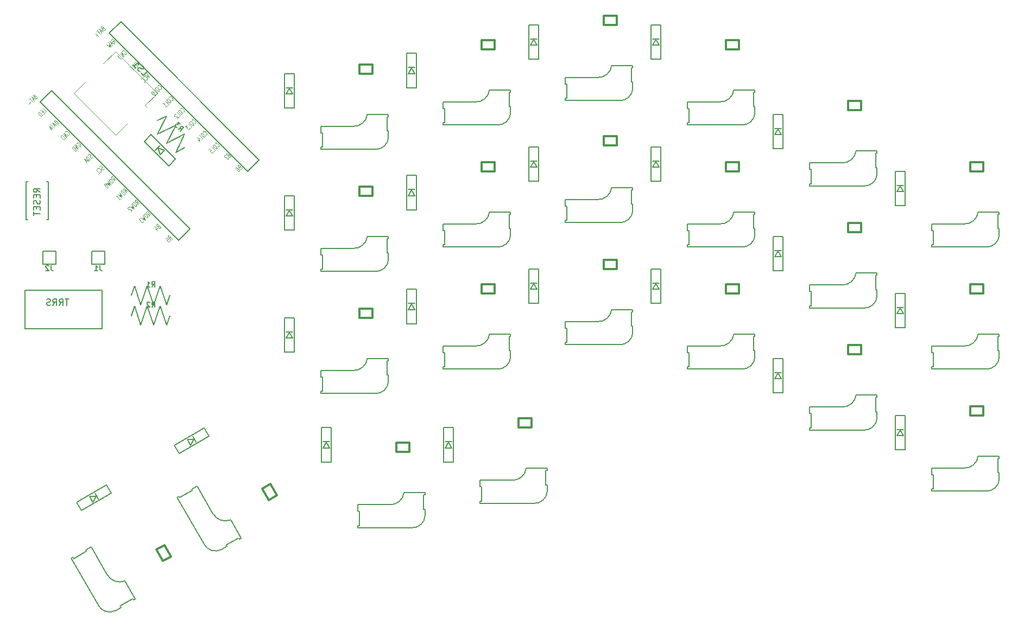
<source format=gbo>
G04 #@! TF.GenerationSoftware,KiCad,Pcbnew,5.0.2-bee76a0~70~ubuntu18.04.1*
G04 #@! TF.CreationDate,2019-07-24T00:03:49+09:00*
G04 #@! TF.ProjectId,silverbullet44,73696c76-6572-4627-956c-6c657434342e,rev?*
G04 #@! TF.SameCoordinates,Original*
G04 #@! TF.FileFunction,Legend,Bot*
G04 #@! TF.FilePolarity,Positive*
%FSLAX46Y46*%
G04 Gerber Fmt 4.6, Leading zero omitted, Abs format (unit mm)*
G04 Created by KiCad (PCBNEW 5.0.2-bee76a0~70~ubuntu18.04.1) date 2019年07月24日 00時03分49秒*
%MOMM*%
%LPD*%
G01*
G04 APERTURE LIST*
%ADD10C,0.150000*%
%ADD11C,0.300000*%
%ADD12C,0.120000*%
%ADD13C,0.125000*%
G04 APERTURE END LIST*
D10*
G04 #@! TO.C,R1*
X77966315Y-68959109D02*
X76966315Y-65959109D01*
X75966315Y-68959109D02*
X74966315Y-65959109D01*
X75966315Y-68959109D02*
X76966315Y-65959109D01*
X73966315Y-68959109D02*
X72966315Y-65959109D01*
X72466315Y-67459109D02*
X72966315Y-65959109D01*
X73966315Y-68959109D02*
X74966315Y-65959109D01*
X77966315Y-68959109D02*
X78466315Y-67459109D01*
G04 #@! TO.C,R2*
X77966315Y-72134109D02*
X76966315Y-69134109D01*
X75966315Y-72134109D02*
X74966315Y-69134109D01*
X75966315Y-72134109D02*
X76966315Y-69134109D01*
X73966315Y-72134109D02*
X72966315Y-69134109D01*
X72466315Y-70634109D02*
X72966315Y-69134109D01*
X73966315Y-72134109D02*
X74966315Y-69134109D01*
X77966315Y-72134109D02*
X78466315Y-70634109D01*
G04 #@! TO.C,R3*
X79398890Y-45155082D02*
X80813104Y-42326655D01*
X77984676Y-43740869D02*
X79398890Y-40912442D01*
X77984676Y-43740869D02*
X80813104Y-42326655D01*
X76570463Y-42326655D02*
X77984676Y-39498228D01*
X76570463Y-40205335D02*
X77984676Y-39498228D01*
X76570463Y-42326655D02*
X79398890Y-40912442D01*
X79398890Y-45155082D02*
X80813104Y-44447975D01*
G04 #@! TO.C,SW19*
X63407341Y-108361283D02*
X63104232Y-108536283D01*
X69999681Y-116679549D02*
G75*
G02X67304233Y-115810897I-913398J1782050D01*
G01*
X71456937Y-112046533D02*
G75*
G02X68721924Y-111066410I-823238J2008831D01*
G01*
X63104232Y-108536283D02*
X67304233Y-115810897D01*
X68721924Y-111066410D02*
X66221924Y-106736283D01*
X73117372Y-114879550D02*
X71477372Y-112038987D01*
X69999681Y-116679550D02*
X70865706Y-116179550D01*
X73117372Y-114879550D02*
X72805603Y-115059550D01*
X72705603Y-114886345D02*
X72805603Y-115059550D01*
X70750706Y-115980364D02*
X72690603Y-114860364D01*
X70865706Y-116179550D02*
X70765706Y-116006345D01*
X63507341Y-108534488D02*
X63407341Y-108361283D01*
X65465898Y-107426809D02*
X63517341Y-108551809D01*
X65355898Y-107236283D02*
X65455898Y-107409488D01*
X66221924Y-106736283D02*
X65355898Y-107236283D01*
G04 #@! TO.C,SW20*
X79917341Y-98836283D02*
X79614232Y-99011283D01*
X86509681Y-107154549D02*
G75*
G02X83814233Y-106285897I-913398J1782050D01*
G01*
X87966937Y-102521533D02*
G75*
G02X85231924Y-101541410I-823238J2008831D01*
G01*
X79614232Y-99011283D02*
X83814233Y-106285897D01*
X85231924Y-101541410D02*
X82731924Y-97211283D01*
X89627372Y-105354550D02*
X87987372Y-102513987D01*
X86509681Y-107154550D02*
X87375706Y-106654550D01*
X89627372Y-105354550D02*
X89315603Y-105534550D01*
X89215603Y-105361345D02*
X89315603Y-105534550D01*
X87260706Y-106455364D02*
X89200603Y-105335364D01*
X87375706Y-106654550D02*
X87275706Y-106481345D01*
X80017341Y-99009488D02*
X79917341Y-98836283D01*
X81975898Y-97901809D02*
X80027341Y-99026809D01*
X81865898Y-97711283D02*
X81965898Y-97884488D01*
X82731924Y-97211283D02*
X81865898Y-97711283D01*
G04 #@! TO.C,SW22*
X126845000Y-99595000D02*
X126845000Y-99945000D01*
X137345000Y-98044999D02*
G75*
G02X135245001Y-99945000I-2000000J99999D01*
G01*
X134061318Y-94466471D02*
G75*
G02X131845000Y-96345000I-2151318J291471D01*
G01*
X126845000Y-99945000D02*
X135245001Y-99945000D01*
X131845000Y-96345000D02*
X126845000Y-96345000D01*
X137345000Y-94445000D02*
X134065000Y-94445000D01*
X137345000Y-98045000D02*
X137345000Y-97045000D01*
X137345000Y-94445000D02*
X137345000Y-94805000D01*
X137145000Y-94805000D02*
X137345000Y-94805000D01*
X137115000Y-97045000D02*
X137115000Y-94805000D01*
X137345000Y-97045000D02*
X137145000Y-97045000D01*
X127045000Y-99595000D02*
X126845000Y-99595000D01*
X127065000Y-97345000D02*
X127065000Y-99595000D01*
X126845000Y-97345000D02*
X127045000Y-97345000D01*
X126845000Y-96345000D02*
X126845000Y-97345000D01*
G04 #@! TO.C,SW21*
X107795000Y-103405000D02*
X107795000Y-103755000D01*
X118295000Y-101854999D02*
G75*
G02X116195001Y-103755000I-2000000J99999D01*
G01*
X115011318Y-98276471D02*
G75*
G02X112795000Y-100155000I-2151318J291471D01*
G01*
X107795000Y-103755000D02*
X116195001Y-103755000D01*
X112795000Y-100155000D02*
X107795000Y-100155000D01*
X118295000Y-98255000D02*
X115015000Y-98255000D01*
X118295000Y-101855000D02*
X118295000Y-100855000D01*
X118295000Y-98255000D02*
X118295000Y-98615000D01*
X118095000Y-98615000D02*
X118295000Y-98615000D01*
X118065000Y-100855000D02*
X118065000Y-98615000D01*
X118295000Y-100855000D02*
X118095000Y-100855000D01*
X107995000Y-103405000D02*
X107795000Y-103405000D01*
X108015000Y-101155000D02*
X108015000Y-103405000D01*
X107795000Y-101155000D02*
X107995000Y-101155000D01*
X107795000Y-100155000D02*
X107795000Y-101155000D01*
D11*
G04 #@! TO.C,L16*
X134875000Y-86665000D02*
X134875000Y-88115000D01*
X134875000Y-88115000D02*
X132825000Y-88115000D01*
X132825000Y-88115000D02*
X132825000Y-86665000D01*
X132825000Y-86665000D02*
X134875000Y-86665000D01*
D10*
G04 #@! TO.C,U1*
X79822918Y-58885328D02*
X58270303Y-37332713D01*
X81618969Y-57089276D02*
X79822918Y-58885328D01*
X60066354Y-35536662D02*
X81618969Y-57089276D01*
X58270303Y-37332713D02*
X60066354Y-35536662D01*
X90599225Y-48109020D02*
X69046610Y-26556406D01*
X92395276Y-46312969D02*
X90599225Y-48109020D01*
X70842662Y-24760354D02*
X92395276Y-46312969D01*
X69046610Y-26556406D02*
X70842662Y-24760354D01*
G04 #@! TO.C,SW1*
X102080000Y-44350000D02*
X102080000Y-44700000D01*
X112580000Y-42799999D02*
G75*
G02X110480001Y-44700000I-2000000J99999D01*
G01*
X109296318Y-39221471D02*
G75*
G02X107080000Y-41100000I-2151318J291471D01*
G01*
X102080000Y-44700000D02*
X110480001Y-44700000D01*
X107080000Y-41100000D02*
X102080000Y-41100000D01*
X112580000Y-39200000D02*
X109300000Y-39200000D01*
X112580000Y-42800000D02*
X112580000Y-41800000D01*
X112580000Y-39200000D02*
X112580000Y-39560000D01*
X112380000Y-39560000D02*
X112580000Y-39560000D01*
X112350000Y-41800000D02*
X112350000Y-39560000D01*
X112580000Y-41800000D02*
X112380000Y-41800000D01*
X102280000Y-44350000D02*
X102080000Y-44350000D01*
X102300000Y-42100000D02*
X102300000Y-44350000D01*
X102080000Y-42100000D02*
X102280000Y-42100000D01*
X102080000Y-41100000D02*
X102080000Y-42100000D01*
G04 #@! TO.C,SW2*
X121130000Y-40540000D02*
X121130000Y-40890000D01*
X131630000Y-38989999D02*
G75*
G02X129530001Y-40890000I-2000000J99999D01*
G01*
X128346318Y-35411471D02*
G75*
G02X126130000Y-37290000I-2151318J291471D01*
G01*
X121130000Y-40890000D02*
X129530001Y-40890000D01*
X126130000Y-37290000D02*
X121130000Y-37290000D01*
X131630000Y-35390000D02*
X128350000Y-35390000D01*
X131630000Y-38990000D02*
X131630000Y-37990000D01*
X131630000Y-35390000D02*
X131630000Y-35750000D01*
X131430000Y-35750000D02*
X131630000Y-35750000D01*
X131400000Y-37990000D02*
X131400000Y-35750000D01*
X131630000Y-37990000D02*
X131430000Y-37990000D01*
X121330000Y-40540000D02*
X121130000Y-40540000D01*
X121350000Y-38290000D02*
X121350000Y-40540000D01*
X121130000Y-38290000D02*
X121330000Y-38290000D01*
X121130000Y-37290000D02*
X121130000Y-38290000D01*
G04 #@! TO.C,SW3*
X140180000Y-36730000D02*
X140180000Y-37080000D01*
X150680000Y-35179999D02*
G75*
G02X148580001Y-37080000I-2000000J99999D01*
G01*
X147396318Y-31601471D02*
G75*
G02X145180000Y-33480000I-2151318J291471D01*
G01*
X140180000Y-37080000D02*
X148580001Y-37080000D01*
X145180000Y-33480000D02*
X140180000Y-33480000D01*
X150680000Y-31580000D02*
X147400000Y-31580000D01*
X150680000Y-35180000D02*
X150680000Y-34180000D01*
X150680000Y-31580000D02*
X150680000Y-31940000D01*
X150480000Y-31940000D02*
X150680000Y-31940000D01*
X150450000Y-34180000D02*
X150450000Y-31940000D01*
X150680000Y-34180000D02*
X150480000Y-34180000D01*
X140380000Y-36730000D02*
X140180000Y-36730000D01*
X140400000Y-34480000D02*
X140400000Y-36730000D01*
X140180000Y-34480000D02*
X140380000Y-34480000D01*
X140180000Y-33480000D02*
X140180000Y-34480000D01*
G04 #@! TO.C,SW4*
X159230000Y-40540000D02*
X159230000Y-40890000D01*
X169730000Y-38989999D02*
G75*
G02X167630001Y-40890000I-2000000J99999D01*
G01*
X166446318Y-35411471D02*
G75*
G02X164230000Y-37290000I-2151318J291471D01*
G01*
X159230000Y-40890000D02*
X167630001Y-40890000D01*
X164230000Y-37290000D02*
X159230000Y-37290000D01*
X169730000Y-35390000D02*
X166450000Y-35390000D01*
X169730000Y-38990000D02*
X169730000Y-37990000D01*
X169730000Y-35390000D02*
X169730000Y-35750000D01*
X169530000Y-35750000D02*
X169730000Y-35750000D01*
X169500000Y-37990000D02*
X169500000Y-35750000D01*
X169730000Y-37990000D02*
X169530000Y-37990000D01*
X159430000Y-40540000D02*
X159230000Y-40540000D01*
X159450000Y-38290000D02*
X159450000Y-40540000D01*
X159230000Y-38290000D02*
X159430000Y-38290000D01*
X159230000Y-37290000D02*
X159230000Y-38290000D01*
G04 #@! TO.C,SW5*
X178280000Y-50065000D02*
X178280000Y-50415000D01*
X188780000Y-48514999D02*
G75*
G02X186680001Y-50415000I-2000000J99999D01*
G01*
X185496318Y-44936471D02*
G75*
G02X183280000Y-46815000I-2151318J291471D01*
G01*
X178280000Y-50415000D02*
X186680001Y-50415000D01*
X183280000Y-46815000D02*
X178280000Y-46815000D01*
X188780000Y-44915000D02*
X185500000Y-44915000D01*
X188780000Y-48515000D02*
X188780000Y-47515000D01*
X188780000Y-44915000D02*
X188780000Y-45275000D01*
X188580000Y-45275000D02*
X188780000Y-45275000D01*
X188550000Y-47515000D02*
X188550000Y-45275000D01*
X188780000Y-47515000D02*
X188580000Y-47515000D01*
X178480000Y-50065000D02*
X178280000Y-50065000D01*
X178500000Y-47815000D02*
X178500000Y-50065000D01*
X178280000Y-47815000D02*
X178480000Y-47815000D01*
X178280000Y-46815000D02*
X178280000Y-47815000D01*
G04 #@! TO.C,SW6*
X197330000Y-59590000D02*
X197330000Y-59940000D01*
X207830000Y-58039999D02*
G75*
G02X205730001Y-59940000I-2000000J99999D01*
G01*
X204546318Y-54461471D02*
G75*
G02X202330000Y-56340000I-2151318J291471D01*
G01*
X197330000Y-59940000D02*
X205730001Y-59940000D01*
X202330000Y-56340000D02*
X197330000Y-56340000D01*
X207830000Y-54440000D02*
X204550000Y-54440000D01*
X207830000Y-58040000D02*
X207830000Y-57040000D01*
X207830000Y-54440000D02*
X207830000Y-54800000D01*
X207630000Y-54800000D02*
X207830000Y-54800000D01*
X207600000Y-57040000D02*
X207600000Y-54800000D01*
X207830000Y-57040000D02*
X207630000Y-57040000D01*
X197530000Y-59590000D02*
X197330000Y-59590000D01*
X197550000Y-57340000D02*
X197550000Y-59590000D01*
X197330000Y-57340000D02*
X197530000Y-57340000D01*
X197330000Y-56340000D02*
X197330000Y-57340000D01*
G04 #@! TO.C,SW7*
X102080000Y-63400000D02*
X102080000Y-63750000D01*
X112580000Y-61849999D02*
G75*
G02X110480001Y-63750000I-2000000J99999D01*
G01*
X109296318Y-58271471D02*
G75*
G02X107080000Y-60150000I-2151318J291471D01*
G01*
X102080000Y-63750000D02*
X110480001Y-63750000D01*
X107080000Y-60150000D02*
X102080000Y-60150000D01*
X112580000Y-58250000D02*
X109300000Y-58250000D01*
X112580000Y-61850000D02*
X112580000Y-60850000D01*
X112580000Y-58250000D02*
X112580000Y-58610000D01*
X112380000Y-58610000D02*
X112580000Y-58610000D01*
X112350000Y-60850000D02*
X112350000Y-58610000D01*
X112580000Y-60850000D02*
X112380000Y-60850000D01*
X102280000Y-63400000D02*
X102080000Y-63400000D01*
X102300000Y-61150000D02*
X102300000Y-63400000D01*
X102080000Y-61150000D02*
X102280000Y-61150000D01*
X102080000Y-60150000D02*
X102080000Y-61150000D01*
G04 #@! TO.C,SW8*
X121130000Y-59590000D02*
X121130000Y-59940000D01*
X131630000Y-58039999D02*
G75*
G02X129530001Y-59940000I-2000000J99999D01*
G01*
X128346318Y-54461471D02*
G75*
G02X126130000Y-56340000I-2151318J291471D01*
G01*
X121130000Y-59940000D02*
X129530001Y-59940000D01*
X126130000Y-56340000D02*
X121130000Y-56340000D01*
X131630000Y-54440000D02*
X128350000Y-54440000D01*
X131630000Y-58040000D02*
X131630000Y-57040000D01*
X131630000Y-54440000D02*
X131630000Y-54800000D01*
X131430000Y-54800000D02*
X131630000Y-54800000D01*
X131400000Y-57040000D02*
X131400000Y-54800000D01*
X131630000Y-57040000D02*
X131430000Y-57040000D01*
X121330000Y-59590000D02*
X121130000Y-59590000D01*
X121350000Y-57340000D02*
X121350000Y-59590000D01*
X121130000Y-57340000D02*
X121330000Y-57340000D01*
X121130000Y-56340000D02*
X121130000Y-57340000D01*
G04 #@! TO.C,SW9*
X140180000Y-55780000D02*
X140180000Y-56130000D01*
X150680000Y-54229999D02*
G75*
G02X148580001Y-56130000I-2000000J99999D01*
G01*
X147396318Y-50651471D02*
G75*
G02X145180000Y-52530000I-2151318J291471D01*
G01*
X140180000Y-56130000D02*
X148580001Y-56130000D01*
X145180000Y-52530000D02*
X140180000Y-52530000D01*
X150680000Y-50630000D02*
X147400000Y-50630000D01*
X150680000Y-54230000D02*
X150680000Y-53230000D01*
X150680000Y-50630000D02*
X150680000Y-50990000D01*
X150480000Y-50990000D02*
X150680000Y-50990000D01*
X150450000Y-53230000D02*
X150450000Y-50990000D01*
X150680000Y-53230000D02*
X150480000Y-53230000D01*
X140380000Y-55780000D02*
X140180000Y-55780000D01*
X140400000Y-53530000D02*
X140400000Y-55780000D01*
X140180000Y-53530000D02*
X140380000Y-53530000D01*
X140180000Y-52530000D02*
X140180000Y-53530000D01*
G04 #@! TO.C,SW10*
X159230000Y-59590000D02*
X159230000Y-59940000D01*
X169730000Y-58039999D02*
G75*
G02X167630001Y-59940000I-2000000J99999D01*
G01*
X166446318Y-54461471D02*
G75*
G02X164230000Y-56340000I-2151318J291471D01*
G01*
X159230000Y-59940000D02*
X167630001Y-59940000D01*
X164230000Y-56340000D02*
X159230000Y-56340000D01*
X169730000Y-54440000D02*
X166450000Y-54440000D01*
X169730000Y-58040000D02*
X169730000Y-57040000D01*
X169730000Y-54440000D02*
X169730000Y-54800000D01*
X169530000Y-54800000D02*
X169730000Y-54800000D01*
X169500000Y-57040000D02*
X169500000Y-54800000D01*
X169730000Y-57040000D02*
X169530000Y-57040000D01*
X159430000Y-59590000D02*
X159230000Y-59590000D01*
X159450000Y-57340000D02*
X159450000Y-59590000D01*
X159230000Y-57340000D02*
X159430000Y-57340000D01*
X159230000Y-56340000D02*
X159230000Y-57340000D01*
G04 #@! TO.C,SW11*
X178280000Y-69115000D02*
X178280000Y-69465000D01*
X188780000Y-67564999D02*
G75*
G02X186680001Y-69465000I-2000000J99999D01*
G01*
X185496318Y-63986471D02*
G75*
G02X183280000Y-65865000I-2151318J291471D01*
G01*
X178280000Y-69465000D02*
X186680001Y-69465000D01*
X183280000Y-65865000D02*
X178280000Y-65865000D01*
X188780000Y-63965000D02*
X185500000Y-63965000D01*
X188780000Y-67565000D02*
X188780000Y-66565000D01*
X188780000Y-63965000D02*
X188780000Y-64325000D01*
X188580000Y-64325000D02*
X188780000Y-64325000D01*
X188550000Y-66565000D02*
X188550000Y-64325000D01*
X188780000Y-66565000D02*
X188580000Y-66565000D01*
X178480000Y-69115000D02*
X178280000Y-69115000D01*
X178500000Y-66865000D02*
X178500000Y-69115000D01*
X178280000Y-66865000D02*
X178480000Y-66865000D01*
X178280000Y-65865000D02*
X178280000Y-66865000D01*
G04 #@! TO.C,SW12*
X197330000Y-78640000D02*
X197330000Y-78990000D01*
X207830000Y-77089999D02*
G75*
G02X205730001Y-78990000I-2000000J99999D01*
G01*
X204546318Y-73511471D02*
G75*
G02X202330000Y-75390000I-2151318J291471D01*
G01*
X197330000Y-78990000D02*
X205730001Y-78990000D01*
X202330000Y-75390000D02*
X197330000Y-75390000D01*
X207830000Y-73490000D02*
X204550000Y-73490000D01*
X207830000Y-77090000D02*
X207830000Y-76090000D01*
X207830000Y-73490000D02*
X207830000Y-73850000D01*
X207630000Y-73850000D02*
X207830000Y-73850000D01*
X207600000Y-76090000D02*
X207600000Y-73850000D01*
X207830000Y-76090000D02*
X207630000Y-76090000D01*
X197530000Y-78640000D02*
X197330000Y-78640000D01*
X197550000Y-76390000D02*
X197550000Y-78640000D01*
X197330000Y-76390000D02*
X197530000Y-76390000D01*
X197330000Y-75390000D02*
X197330000Y-76390000D01*
G04 #@! TO.C,SW13*
X102080000Y-82450000D02*
X102080000Y-82800000D01*
X112580000Y-80899999D02*
G75*
G02X110480001Y-82800000I-2000000J99999D01*
G01*
X109296318Y-77321471D02*
G75*
G02X107080000Y-79200000I-2151318J291471D01*
G01*
X102080000Y-82800000D02*
X110480001Y-82800000D01*
X107080000Y-79200000D02*
X102080000Y-79200000D01*
X112580000Y-77300000D02*
X109300000Y-77300000D01*
X112580000Y-80900000D02*
X112580000Y-79900000D01*
X112580000Y-77300000D02*
X112580000Y-77660000D01*
X112380000Y-77660000D02*
X112580000Y-77660000D01*
X112350000Y-79900000D02*
X112350000Y-77660000D01*
X112580000Y-79900000D02*
X112380000Y-79900000D01*
X102280000Y-82450000D02*
X102080000Y-82450000D01*
X102300000Y-80200000D02*
X102300000Y-82450000D01*
X102080000Y-80200000D02*
X102280000Y-80200000D01*
X102080000Y-79200000D02*
X102080000Y-80200000D01*
G04 #@! TO.C,SW14*
X121130000Y-78640000D02*
X121130000Y-78990000D01*
X131630000Y-77089999D02*
G75*
G02X129530001Y-78990000I-2000000J99999D01*
G01*
X128346318Y-73511471D02*
G75*
G02X126130000Y-75390000I-2151318J291471D01*
G01*
X121130000Y-78990000D02*
X129530001Y-78990000D01*
X126130000Y-75390000D02*
X121130000Y-75390000D01*
X131630000Y-73490000D02*
X128350000Y-73490000D01*
X131630000Y-77090000D02*
X131630000Y-76090000D01*
X131630000Y-73490000D02*
X131630000Y-73850000D01*
X131430000Y-73850000D02*
X131630000Y-73850000D01*
X131400000Y-76090000D02*
X131400000Y-73850000D01*
X131630000Y-76090000D02*
X131430000Y-76090000D01*
X121330000Y-78640000D02*
X121130000Y-78640000D01*
X121350000Y-76390000D02*
X121350000Y-78640000D01*
X121130000Y-76390000D02*
X121330000Y-76390000D01*
X121130000Y-75390000D02*
X121130000Y-76390000D01*
G04 #@! TO.C,SW15*
X140180000Y-74830000D02*
X140180000Y-75180000D01*
X150680000Y-73279999D02*
G75*
G02X148580001Y-75180000I-2000000J99999D01*
G01*
X147396318Y-69701471D02*
G75*
G02X145180000Y-71580000I-2151318J291471D01*
G01*
X140180000Y-75180000D02*
X148580001Y-75180000D01*
X145180000Y-71580000D02*
X140180000Y-71580000D01*
X150680000Y-69680000D02*
X147400000Y-69680000D01*
X150680000Y-73280000D02*
X150680000Y-72280000D01*
X150680000Y-69680000D02*
X150680000Y-70040000D01*
X150480000Y-70040000D02*
X150680000Y-70040000D01*
X150450000Y-72280000D02*
X150450000Y-70040000D01*
X150680000Y-72280000D02*
X150480000Y-72280000D01*
X140380000Y-74830000D02*
X140180000Y-74830000D01*
X140400000Y-72580000D02*
X140400000Y-74830000D01*
X140180000Y-72580000D02*
X140380000Y-72580000D01*
X140180000Y-71580000D02*
X140180000Y-72580000D01*
G04 #@! TO.C,SW16*
X159230000Y-78640000D02*
X159230000Y-78990000D01*
X169730000Y-77089999D02*
G75*
G02X167630001Y-78990000I-2000000J99999D01*
G01*
X166446318Y-73511471D02*
G75*
G02X164230000Y-75390000I-2151318J291471D01*
G01*
X159230000Y-78990000D02*
X167630001Y-78990000D01*
X164230000Y-75390000D02*
X159230000Y-75390000D01*
X169730000Y-73490000D02*
X166450000Y-73490000D01*
X169730000Y-77090000D02*
X169730000Y-76090000D01*
X169730000Y-73490000D02*
X169730000Y-73850000D01*
X169530000Y-73850000D02*
X169730000Y-73850000D01*
X169500000Y-76090000D02*
X169500000Y-73850000D01*
X169730000Y-76090000D02*
X169530000Y-76090000D01*
X159430000Y-78640000D02*
X159230000Y-78640000D01*
X159450000Y-76390000D02*
X159450000Y-78640000D01*
X159230000Y-76390000D02*
X159430000Y-76390000D01*
X159230000Y-75390000D02*
X159230000Y-76390000D01*
G04 #@! TO.C,SW17*
X178280000Y-88165000D02*
X178280000Y-88515000D01*
X188780000Y-86614999D02*
G75*
G02X186680001Y-88515000I-2000000J99999D01*
G01*
X185496318Y-83036471D02*
G75*
G02X183280000Y-84915000I-2151318J291471D01*
G01*
X178280000Y-88515000D02*
X186680001Y-88515000D01*
X183280000Y-84915000D02*
X178280000Y-84915000D01*
X188780000Y-83015000D02*
X185500000Y-83015000D01*
X188780000Y-86615000D02*
X188780000Y-85615000D01*
X188780000Y-83015000D02*
X188780000Y-83375000D01*
X188580000Y-83375000D02*
X188780000Y-83375000D01*
X188550000Y-85615000D02*
X188550000Y-83375000D01*
X188780000Y-85615000D02*
X188580000Y-85615000D01*
X178480000Y-88165000D02*
X178280000Y-88165000D01*
X178500000Y-85915000D02*
X178500000Y-88165000D01*
X178280000Y-85915000D02*
X178480000Y-85915000D01*
X178280000Y-84915000D02*
X178280000Y-85915000D01*
G04 #@! TO.C,SW18*
X197330000Y-97690000D02*
X197330000Y-98040000D01*
X207830000Y-96139999D02*
G75*
G02X205730001Y-98040000I-2000000J99999D01*
G01*
X204546318Y-92561471D02*
G75*
G02X202330000Y-94440000I-2151318J291471D01*
G01*
X197330000Y-98040000D02*
X205730001Y-98040000D01*
X202330000Y-94440000D02*
X197330000Y-94440000D01*
X207830000Y-92540000D02*
X204550000Y-92540000D01*
X207830000Y-96140000D02*
X207830000Y-95140000D01*
X207830000Y-92540000D02*
X207830000Y-92900000D01*
X207630000Y-92900000D02*
X207830000Y-92900000D01*
X207600000Y-95140000D02*
X207600000Y-92900000D01*
X207830000Y-95140000D02*
X207630000Y-95140000D01*
X197530000Y-97690000D02*
X197330000Y-97690000D01*
X197550000Y-95440000D02*
X197550000Y-97690000D01*
X197330000Y-95440000D02*
X197530000Y-95440000D01*
X197330000Y-94440000D02*
X197330000Y-95440000D01*
D11*
G04 #@! TO.C,L1*
X148210000Y-23800000D02*
X148210000Y-25250000D01*
X148210000Y-25250000D02*
X146160000Y-25250000D01*
X146160000Y-25250000D02*
X146160000Y-23800000D01*
X146160000Y-23800000D02*
X148210000Y-23800000D01*
G04 #@! TO.C,L2*
X129160000Y-27610000D02*
X129160000Y-29060000D01*
X129160000Y-29060000D02*
X127110000Y-29060000D01*
X127110000Y-29060000D02*
X127110000Y-27610000D01*
X127110000Y-27610000D02*
X129160000Y-27610000D01*
G04 #@! TO.C,L3*
X110110000Y-31420000D02*
X110110000Y-32870000D01*
X110110000Y-32870000D02*
X108060000Y-32870000D01*
X108060000Y-32870000D02*
X108060000Y-31420000D01*
X108060000Y-31420000D02*
X110110000Y-31420000D01*
G04 #@! TO.C,L4*
X110110000Y-50470000D02*
X110110000Y-51920000D01*
X110110000Y-51920000D02*
X108060000Y-51920000D01*
X108060000Y-51920000D02*
X108060000Y-50470000D01*
X108060000Y-50470000D02*
X110110000Y-50470000D01*
G04 #@! TO.C,L5*
X129160000Y-46660000D02*
X129160000Y-48110000D01*
X129160000Y-48110000D02*
X127110000Y-48110000D01*
X127110000Y-48110000D02*
X127110000Y-46660000D01*
X127110000Y-46660000D02*
X129160000Y-46660000D01*
G04 #@! TO.C,L6*
X148210000Y-42596000D02*
X148210000Y-44046000D01*
X148210000Y-44046000D02*
X146160000Y-44046000D01*
X146160000Y-44046000D02*
X146160000Y-42596000D01*
X146160000Y-42596000D02*
X148210000Y-42596000D01*
G04 #@! TO.C,L7*
X167260000Y-27610000D02*
X167260000Y-29060000D01*
X167260000Y-29060000D02*
X165210000Y-29060000D01*
X165210000Y-29060000D02*
X165210000Y-27610000D01*
X165210000Y-27610000D02*
X167260000Y-27610000D01*
G04 #@! TO.C,L8*
X186310000Y-37135000D02*
X186310000Y-38585000D01*
X186310000Y-38585000D02*
X184260000Y-38585000D01*
X184260000Y-38585000D02*
X184260000Y-37135000D01*
X184260000Y-37135000D02*
X186310000Y-37135000D01*
G04 #@! TO.C,L9*
X167260000Y-46660000D02*
X167260000Y-48110000D01*
X167260000Y-48110000D02*
X165210000Y-48110000D01*
X165210000Y-48110000D02*
X165210000Y-46660000D01*
X165210000Y-46660000D02*
X167260000Y-46660000D01*
G04 #@! TO.C,L10*
X148210000Y-61900000D02*
X148210000Y-63350000D01*
X148210000Y-63350000D02*
X146160000Y-63350000D01*
X146160000Y-63350000D02*
X146160000Y-61900000D01*
X146160000Y-61900000D02*
X148210000Y-61900000D01*
G04 #@! TO.C,L11*
X129160000Y-65710000D02*
X129160000Y-67160000D01*
X129160000Y-67160000D02*
X127110000Y-67160000D01*
X127110000Y-67160000D02*
X127110000Y-65710000D01*
X127110000Y-65710000D02*
X129160000Y-65710000D01*
G04 #@! TO.C,L12*
X110110000Y-69520000D02*
X110110000Y-70970000D01*
X110110000Y-70970000D02*
X108060000Y-70970000D01*
X108060000Y-70970000D02*
X108060000Y-69520000D01*
X108060000Y-69520000D02*
X110110000Y-69520000D01*
G04 #@! TO.C,L13*
X78665641Y-108215467D02*
X77409904Y-108940467D01*
X77409904Y-108940467D02*
X76384904Y-107165115D01*
X76384904Y-107165115D02*
X77640641Y-106440115D01*
X77640641Y-106440115D02*
X78665641Y-108215467D01*
G04 #@! TO.C,L14*
X95175641Y-98690467D02*
X93919904Y-99415467D01*
X93919904Y-99415467D02*
X92894904Y-97640115D01*
X92894904Y-97640115D02*
X94150641Y-96915115D01*
X94150641Y-96915115D02*
X95175641Y-98690467D01*
G04 #@! TO.C,L15*
X115825000Y-90475000D02*
X115825000Y-91925000D01*
X115825000Y-91925000D02*
X113775000Y-91925000D01*
X113775000Y-91925000D02*
X113775000Y-90475000D01*
X113775000Y-90475000D02*
X115825000Y-90475000D01*
G04 #@! TO.C,L17*
X167260000Y-65710000D02*
X167260000Y-67160000D01*
X167260000Y-67160000D02*
X165210000Y-67160000D01*
X165210000Y-67160000D02*
X165210000Y-65710000D01*
X165210000Y-65710000D02*
X167260000Y-65710000D01*
G04 #@! TO.C,L18*
X186310000Y-56185000D02*
X186310000Y-57635000D01*
X186310000Y-57635000D02*
X184260000Y-57635000D01*
X184260000Y-57635000D02*
X184260000Y-56185000D01*
X184260000Y-56185000D02*
X186310000Y-56185000D01*
G04 #@! TO.C,L19*
X205360000Y-46660000D02*
X205360000Y-48110000D01*
X205360000Y-48110000D02*
X203310000Y-48110000D01*
X203310000Y-48110000D02*
X203310000Y-46660000D01*
X203310000Y-46660000D02*
X205360000Y-46660000D01*
G04 #@! TO.C,L20*
X205360000Y-65710000D02*
X205360000Y-67160000D01*
X205360000Y-67160000D02*
X203310000Y-67160000D01*
X203310000Y-67160000D02*
X203310000Y-65710000D01*
X203310000Y-65710000D02*
X205360000Y-65710000D01*
G04 #@! TO.C,L21*
X186310000Y-75235000D02*
X186310000Y-76685000D01*
X186310000Y-76685000D02*
X184260000Y-76685000D01*
X184260000Y-76685000D02*
X184260000Y-75235000D01*
X184260000Y-75235000D02*
X186310000Y-75235000D01*
G04 #@! TO.C,L22*
X205360000Y-84760000D02*
X205360000Y-86210000D01*
X205360000Y-86210000D02*
X203310000Y-86210000D01*
X203310000Y-86210000D02*
X203310000Y-84760000D01*
X203310000Y-84760000D02*
X205360000Y-84760000D01*
D10*
G04 #@! TO.C,SW23*
X56285000Y-55705000D02*
X56035000Y-55705000D01*
X56035000Y-55705000D02*
X56035000Y-49705000D01*
X56035000Y-49705000D02*
X56285000Y-49705000D01*
X59285000Y-49705000D02*
X59535000Y-49705000D01*
X59535000Y-49705000D02*
X59535000Y-55705000D01*
X59535000Y-55705000D02*
X59285000Y-55705000D01*
G04 #@! TO.C,TRRS1*
X67880000Y-72695000D02*
X55880000Y-72695000D01*
X67880000Y-66695000D02*
X67880000Y-72695000D01*
X55880000Y-66695000D02*
X67880000Y-66695000D01*
X55880000Y-72695000D02*
X55880000Y-66695000D01*
D12*
G04 #@! TO.C,LS1*
X69996000Y-42441525D02*
X71869833Y-40567692D01*
X63476475Y-35922000D02*
X69996000Y-42441525D01*
X76515524Y-35922000D02*
X69996000Y-29402476D01*
X74641692Y-37795833D02*
X74875037Y-38029178D01*
X74641692Y-37795833D02*
X76515524Y-35922000D01*
X65350308Y-34048167D02*
X63476475Y-35922000D01*
X69996000Y-29402476D02*
X68122167Y-31276308D01*
D10*
G04 #@! TO.C,D1*
X97655000Y-35060000D02*
X96655000Y-35060000D01*
X97155000Y-35160000D02*
X97655000Y-36060000D01*
X97655000Y-36060000D02*
X96655000Y-36060000D01*
X96655000Y-36060000D02*
X97155000Y-35160000D01*
X97905000Y-38260000D02*
X97905000Y-32860000D01*
X97905000Y-32860000D02*
X96405000Y-32860000D01*
X96405000Y-32860000D02*
X96405000Y-38260000D01*
X96405000Y-38260000D02*
X97905000Y-38260000D01*
G04 #@! TO.C,D2*
X116705000Y-31885000D02*
X115705000Y-31885000D01*
X116205000Y-31985000D02*
X116705000Y-32885000D01*
X116705000Y-32885000D02*
X115705000Y-32885000D01*
X115705000Y-32885000D02*
X116205000Y-31985000D01*
X116955000Y-35085000D02*
X116955000Y-29685000D01*
X116955000Y-29685000D02*
X115455000Y-29685000D01*
X115455000Y-29685000D02*
X115455000Y-35085000D01*
X115455000Y-35085000D02*
X116955000Y-35085000D01*
G04 #@! TO.C,D3*
X134505000Y-30640000D02*
X136005000Y-30640000D01*
X134505000Y-25240000D02*
X134505000Y-30640000D01*
X136005000Y-25240000D02*
X134505000Y-25240000D01*
X136005000Y-30640000D02*
X136005000Y-25240000D01*
X134755000Y-28440000D02*
X135255000Y-27540000D01*
X135755000Y-28440000D02*
X134755000Y-28440000D01*
X135255000Y-27540000D02*
X135755000Y-28440000D01*
X135755000Y-27440000D02*
X134755000Y-27440000D01*
G04 #@! TO.C,D4*
X153555000Y-30640000D02*
X155055000Y-30640000D01*
X153555000Y-25240000D02*
X153555000Y-30640000D01*
X155055000Y-25240000D02*
X153555000Y-25240000D01*
X155055000Y-30640000D02*
X155055000Y-25240000D01*
X153805000Y-28440000D02*
X154305000Y-27540000D01*
X154805000Y-28440000D02*
X153805000Y-28440000D01*
X154305000Y-27540000D02*
X154805000Y-28440000D01*
X154805000Y-27440000D02*
X153805000Y-27440000D01*
G04 #@! TO.C,D5*
X173855000Y-41410000D02*
X172855000Y-41410000D01*
X173355000Y-41510000D02*
X173855000Y-42410000D01*
X173855000Y-42410000D02*
X172855000Y-42410000D01*
X172855000Y-42410000D02*
X173355000Y-41510000D01*
X174105000Y-44610000D02*
X174105000Y-39210000D01*
X174105000Y-39210000D02*
X172605000Y-39210000D01*
X172605000Y-39210000D02*
X172605000Y-44610000D01*
X172605000Y-44610000D02*
X174105000Y-44610000D01*
G04 #@! TO.C,D6*
X191655000Y-53500000D02*
X193155000Y-53500000D01*
X191655000Y-48100000D02*
X191655000Y-53500000D01*
X193155000Y-48100000D02*
X191655000Y-48100000D01*
X193155000Y-53500000D02*
X193155000Y-48100000D01*
X191905000Y-51300000D02*
X192405000Y-50400000D01*
X192905000Y-51300000D02*
X191905000Y-51300000D01*
X192405000Y-50400000D02*
X192905000Y-51300000D01*
X192905000Y-50300000D02*
X191905000Y-50300000D01*
G04 #@! TO.C,D7*
X96405000Y-57310000D02*
X97905000Y-57310000D01*
X96405000Y-51910000D02*
X96405000Y-57310000D01*
X97905000Y-51910000D02*
X96405000Y-51910000D01*
X97905000Y-57310000D02*
X97905000Y-51910000D01*
X96655000Y-55110000D02*
X97155000Y-54210000D01*
X97655000Y-55110000D02*
X96655000Y-55110000D01*
X97155000Y-54210000D02*
X97655000Y-55110000D01*
X97655000Y-54110000D02*
X96655000Y-54110000D01*
G04 #@! TO.C,D8*
X116705000Y-50935000D02*
X115705000Y-50935000D01*
X116205000Y-51035000D02*
X116705000Y-51935000D01*
X116705000Y-51935000D02*
X115705000Y-51935000D01*
X115705000Y-51935000D02*
X116205000Y-51035000D01*
X116955000Y-54135000D02*
X116955000Y-48735000D01*
X116955000Y-48735000D02*
X115455000Y-48735000D01*
X115455000Y-48735000D02*
X115455000Y-54135000D01*
X115455000Y-54135000D02*
X116955000Y-54135000D01*
G04 #@! TO.C,D9*
X134505000Y-49690000D02*
X136005000Y-49690000D01*
X134505000Y-44290000D02*
X134505000Y-49690000D01*
X136005000Y-44290000D02*
X134505000Y-44290000D01*
X136005000Y-49690000D02*
X136005000Y-44290000D01*
X134755000Y-47490000D02*
X135255000Y-46590000D01*
X135755000Y-47490000D02*
X134755000Y-47490000D01*
X135255000Y-46590000D02*
X135755000Y-47490000D01*
X135755000Y-46490000D02*
X134755000Y-46490000D01*
G04 #@! TO.C,D10*
X153555000Y-49690000D02*
X155055000Y-49690000D01*
X153555000Y-44290000D02*
X153555000Y-49690000D01*
X155055000Y-44290000D02*
X153555000Y-44290000D01*
X155055000Y-49690000D02*
X155055000Y-44290000D01*
X153805000Y-47490000D02*
X154305000Y-46590000D01*
X154805000Y-47490000D02*
X153805000Y-47490000D01*
X154305000Y-46590000D02*
X154805000Y-47490000D01*
X154805000Y-46490000D02*
X153805000Y-46490000D01*
G04 #@! TO.C,D11*
X172605000Y-63660000D02*
X174105000Y-63660000D01*
X172605000Y-58260000D02*
X172605000Y-63660000D01*
X174105000Y-58260000D02*
X172605000Y-58260000D01*
X174105000Y-63660000D02*
X174105000Y-58260000D01*
X172855000Y-61460000D02*
X173355000Y-60560000D01*
X173855000Y-61460000D02*
X172855000Y-61460000D01*
X173355000Y-60560000D02*
X173855000Y-61460000D01*
X173855000Y-60460000D02*
X172855000Y-60460000D01*
G04 #@! TO.C,D12*
X191655000Y-72550000D02*
X193155000Y-72550000D01*
X191655000Y-67150000D02*
X191655000Y-72550000D01*
X193155000Y-67150000D02*
X191655000Y-67150000D01*
X193155000Y-72550000D02*
X193155000Y-67150000D01*
X191905000Y-70350000D02*
X192405000Y-69450000D01*
X192905000Y-70350000D02*
X191905000Y-70350000D01*
X192405000Y-69450000D02*
X192905000Y-70350000D01*
X192905000Y-69350000D02*
X191905000Y-69350000D01*
G04 #@! TO.C,D13*
X96405000Y-76360000D02*
X97905000Y-76360000D01*
X96405000Y-70960000D02*
X96405000Y-76360000D01*
X97905000Y-70960000D02*
X96405000Y-70960000D01*
X97905000Y-76360000D02*
X97905000Y-70960000D01*
X96655000Y-74160000D02*
X97155000Y-73260000D01*
X97655000Y-74160000D02*
X96655000Y-74160000D01*
X97155000Y-73260000D02*
X97655000Y-74160000D01*
X97655000Y-73160000D02*
X96655000Y-73160000D01*
G04 #@! TO.C,D14*
X115455000Y-71915000D02*
X116955000Y-71915000D01*
X115455000Y-66515000D02*
X115455000Y-71915000D01*
X116955000Y-66515000D02*
X115455000Y-66515000D01*
X116955000Y-71915000D02*
X116955000Y-66515000D01*
X115705000Y-69715000D02*
X116205000Y-68815000D01*
X116705000Y-69715000D02*
X115705000Y-69715000D01*
X116205000Y-68815000D02*
X116705000Y-69715000D01*
X116705000Y-68715000D02*
X115705000Y-68715000D01*
G04 #@! TO.C,D15*
X135755000Y-65540000D02*
X134755000Y-65540000D01*
X135255000Y-65640000D02*
X135755000Y-66540000D01*
X135755000Y-66540000D02*
X134755000Y-66540000D01*
X134755000Y-66540000D02*
X135255000Y-65640000D01*
X136005000Y-68740000D02*
X136005000Y-63340000D01*
X136005000Y-63340000D02*
X134505000Y-63340000D01*
X134505000Y-63340000D02*
X134505000Y-68740000D01*
X134505000Y-68740000D02*
X136005000Y-68740000D01*
G04 #@! TO.C,D16*
X154805000Y-65540000D02*
X153805000Y-65540000D01*
X154305000Y-65640000D02*
X154805000Y-66540000D01*
X154805000Y-66540000D02*
X153805000Y-66540000D01*
X153805000Y-66540000D02*
X154305000Y-65640000D01*
X155055000Y-68740000D02*
X155055000Y-63340000D01*
X155055000Y-63340000D02*
X153555000Y-63340000D01*
X153555000Y-63340000D02*
X153555000Y-68740000D01*
X153555000Y-68740000D02*
X155055000Y-68740000D01*
G04 #@! TO.C,D17*
X173855000Y-79510000D02*
X172855000Y-79510000D01*
X173355000Y-79610000D02*
X173855000Y-80510000D01*
X173855000Y-80510000D02*
X172855000Y-80510000D01*
X172855000Y-80510000D02*
X173355000Y-79610000D01*
X174105000Y-82710000D02*
X174105000Y-77310000D01*
X174105000Y-77310000D02*
X172605000Y-77310000D01*
X172605000Y-77310000D02*
X172605000Y-82710000D01*
X172605000Y-82710000D02*
X174105000Y-82710000D01*
G04 #@! TO.C,D18*
X192905000Y-88400000D02*
X191905000Y-88400000D01*
X192405000Y-88500000D02*
X192905000Y-89400000D01*
X192905000Y-89400000D02*
X191905000Y-89400000D01*
X191905000Y-89400000D02*
X192405000Y-88500000D01*
X193155000Y-91600000D02*
X193155000Y-86200000D01*
X193155000Y-86200000D02*
X191655000Y-86200000D01*
X191655000Y-86200000D02*
X191655000Y-91600000D01*
X191655000Y-91600000D02*
X193155000Y-91600000D01*
G04 #@! TO.C,D19*
X67358013Y-99243013D02*
X66858013Y-98376987D01*
X67021410Y-98860000D02*
X66491987Y-99743013D01*
X66491987Y-99743013D02*
X65991987Y-98876987D01*
X65991987Y-98876987D02*
X67021410Y-98860000D01*
X64711731Y-101059519D02*
X69388269Y-98359519D01*
X69388269Y-98359519D02*
X68638269Y-97060481D01*
X68638269Y-97060481D02*
X63961731Y-99760481D01*
X63961731Y-99760481D02*
X64711731Y-101059519D01*
G04 #@! TO.C,D20*
X82598013Y-90353013D02*
X82098013Y-89486987D01*
X82261410Y-89970000D02*
X81731987Y-90853013D01*
X81731987Y-90853013D02*
X81231987Y-89986987D01*
X81231987Y-89986987D02*
X82261410Y-89970000D01*
X79951731Y-92169519D02*
X84628269Y-89469519D01*
X84628269Y-89469519D02*
X83878269Y-88170481D01*
X83878269Y-88170481D02*
X79201731Y-90870481D01*
X79201731Y-90870481D02*
X79951731Y-92169519D01*
G04 #@! TO.C,D21*
X102120000Y-93505000D02*
X103620000Y-93505000D01*
X102120000Y-88105000D02*
X102120000Y-93505000D01*
X103620000Y-88105000D02*
X102120000Y-88105000D01*
X103620000Y-93505000D02*
X103620000Y-88105000D01*
X102370000Y-91305000D02*
X102870000Y-90405000D01*
X103370000Y-91305000D02*
X102370000Y-91305000D01*
X102870000Y-90405000D02*
X103370000Y-91305000D01*
X103370000Y-90305000D02*
X102370000Y-90305000D01*
G04 #@! TO.C,D22*
X122420000Y-90305000D02*
X121420000Y-90305000D01*
X121920000Y-90405000D02*
X122420000Y-91305000D01*
X122420000Y-91305000D02*
X121420000Y-91305000D01*
X121420000Y-91305000D02*
X121920000Y-90405000D01*
X122670000Y-93505000D02*
X122670000Y-88105000D01*
X122670000Y-88105000D02*
X121170000Y-88105000D01*
X121170000Y-88105000D02*
X121170000Y-93505000D01*
X121170000Y-93505000D02*
X122670000Y-93505000D01*
G04 #@! TO.C,D23*
X76947100Y-44108993D02*
X76239993Y-44816100D01*
X76664257Y-44533257D02*
X77654207Y-44816100D01*
X77654207Y-44816100D02*
X76947100Y-45523207D01*
X76947100Y-45523207D02*
X76664257Y-44533257D01*
X79386618Y-46194958D02*
X75568242Y-42376582D01*
X75568242Y-42376582D02*
X74507582Y-43437242D01*
X74507582Y-43437242D02*
X78325958Y-47255618D01*
X78325958Y-47255618D02*
X79386618Y-46194958D01*
G04 #@! TO.C,J1*
X66310000Y-60595000D02*
X68310000Y-60595000D01*
X68310000Y-60595000D02*
X68310000Y-62595000D01*
X68310000Y-62595000D02*
X66310000Y-62595000D01*
X66310000Y-62595000D02*
X66310000Y-60595000D01*
G04 #@! TO.C,J2*
X58690000Y-62595000D02*
X58690000Y-60595000D01*
X60690000Y-62595000D02*
X58690000Y-62595000D01*
X60690000Y-60595000D02*
X60690000Y-62595000D01*
X58690000Y-60595000D02*
X60690000Y-60595000D01*
G04 #@! TO.C,R1*
X75666561Y-66160327D02*
X75933228Y-65779375D01*
X76123704Y-66160327D02*
X76123704Y-65360327D01*
X75818942Y-65360327D01*
X75742751Y-65398423D01*
X75704656Y-65436518D01*
X75666561Y-65512708D01*
X75666561Y-65626994D01*
X75704656Y-65703184D01*
X75742751Y-65741280D01*
X75818942Y-65779375D01*
X76123704Y-65779375D01*
X74904656Y-66160327D02*
X75361799Y-66160327D01*
X75133228Y-66160327D02*
X75133228Y-65360327D01*
X75209418Y-65474613D01*
X75285608Y-65550803D01*
X75361799Y-65588899D01*
G04 #@! TO.C,R2*
X75666561Y-69335327D02*
X75933228Y-68954375D01*
X76123704Y-69335327D02*
X76123704Y-68535327D01*
X75818942Y-68535327D01*
X75742751Y-68573423D01*
X75704656Y-68611518D01*
X75666561Y-68687708D01*
X75666561Y-68801994D01*
X75704656Y-68878184D01*
X75742751Y-68916280D01*
X75818942Y-68954375D01*
X76123704Y-68954375D01*
X75361799Y-68611518D02*
X75323704Y-68573423D01*
X75247513Y-68535327D01*
X75057037Y-68535327D01*
X74980847Y-68573423D01*
X74942751Y-68611518D01*
X74904656Y-68687708D01*
X74904656Y-68763899D01*
X74942751Y-68878184D01*
X75399894Y-69335327D01*
X74904656Y-69335327D01*
G04 #@! TO.C,R3*
X79751755Y-41549873D02*
X80209691Y-41469061D01*
X80075004Y-41873122D02*
X80640689Y-41307436D01*
X80425190Y-41091937D01*
X80344378Y-41064999D01*
X80290503Y-41064999D01*
X80209691Y-41091937D01*
X80128879Y-41172749D01*
X80101941Y-41253561D01*
X80101941Y-41307436D01*
X80128879Y-41388248D01*
X80344378Y-41603748D01*
X80128879Y-40795625D02*
X79778692Y-40445439D01*
X79751755Y-40849500D01*
X79670943Y-40768688D01*
X79590131Y-40741751D01*
X79536256Y-40741751D01*
X79455444Y-40768688D01*
X79320757Y-40903375D01*
X79293819Y-40984187D01*
X79293819Y-41038062D01*
X79320757Y-41118874D01*
X79482381Y-41280499D01*
X79563193Y-41307436D01*
X79617068Y-41307436D01*
G04 #@! TO.C,U1*
D13*
X57464941Y-36439296D02*
X57439687Y-36515058D01*
X57448105Y-36557147D01*
X57481777Y-36624491D01*
X57557539Y-36700252D01*
X57624882Y-36733924D01*
X57666972Y-36742342D01*
X57725897Y-36733924D01*
X57860584Y-36599237D01*
X57330254Y-36068907D01*
X57212403Y-36186758D01*
X57203985Y-36245684D01*
X57212403Y-36287773D01*
X57246075Y-36355117D01*
X57296582Y-36405625D01*
X57363926Y-36439296D01*
X57406016Y-36447714D01*
X57464941Y-36439296D01*
X57582792Y-36321445D01*
X57372344Y-36784432D02*
X57203985Y-36952791D01*
X57557539Y-36902283D02*
X56909357Y-36489804D01*
X57321836Y-37137985D01*
X56724163Y-36674999D02*
X56522132Y-36877029D01*
X57153478Y-37306344D02*
X56623147Y-36776014D01*
X56732581Y-37323180D02*
X56463207Y-37592554D01*
X68006809Y-25814195D02*
X67981555Y-25889957D01*
X67989973Y-25932046D01*
X68023645Y-25999390D01*
X68099407Y-26075151D01*
X68166750Y-26108823D01*
X68208840Y-26117241D01*
X68267765Y-26108823D01*
X68402452Y-25974136D01*
X67872122Y-25443806D01*
X67754271Y-25561657D01*
X67745853Y-25620583D01*
X67754271Y-25662672D01*
X67787943Y-25730016D01*
X67838450Y-25780524D01*
X67905794Y-25814195D01*
X67947884Y-25822613D01*
X68006809Y-25814195D01*
X68124660Y-25696344D01*
X67914212Y-26159331D02*
X67745853Y-26327690D01*
X68099407Y-26277182D02*
X67451225Y-25864703D01*
X67863704Y-26512884D01*
X67266031Y-26049898D02*
X67064000Y-26251928D01*
X67695346Y-26681243D02*
X67165015Y-26150913D01*
X67274449Y-26698079D02*
X67005075Y-26967453D01*
X67341792Y-27034796D02*
X66937731Y-26630735D01*
D10*
D13*
X71665548Y-51447860D02*
X71530861Y-51077471D01*
X71867579Y-51245830D02*
X71337249Y-50715499D01*
X71202562Y-50850186D01*
X71194144Y-50909112D01*
X71202562Y-50951202D01*
X71236234Y-51018545D01*
X71311995Y-51094307D01*
X71379339Y-51127978D01*
X71421428Y-51136396D01*
X71480354Y-51127978D01*
X71615041Y-50993291D01*
X70916352Y-51136396D02*
X70849008Y-51203740D01*
X70840591Y-51262665D01*
X70857426Y-51346845D01*
X70941606Y-51464696D01*
X71118382Y-51641473D01*
X71236234Y-51725652D01*
X71320413Y-51742488D01*
X71379339Y-51734070D01*
X71446682Y-51666726D01*
X71455100Y-51607801D01*
X71438264Y-51523621D01*
X71354085Y-51405770D01*
X71177308Y-51228994D01*
X71059457Y-51144814D01*
X70975278Y-51127978D01*
X70916352Y-51136396D01*
X70646978Y-51405770D02*
X71093129Y-52020280D01*
X70646978Y-51708816D01*
X70958442Y-52154967D01*
X70343932Y-51708816D01*
X70554381Y-52559028D02*
X70756411Y-52356997D01*
X70655396Y-52458013D02*
X70125066Y-51927682D01*
X70234499Y-51969772D01*
X70318678Y-51986608D01*
X70377604Y-51978190D01*
X84090643Y-42424050D02*
X84132733Y-42432468D01*
X84208494Y-42407214D01*
X84242166Y-42373542D01*
X84267420Y-42297781D01*
X84250584Y-42213602D01*
X84216912Y-42146258D01*
X84132733Y-42028407D01*
X84056971Y-41952645D01*
X83939120Y-41868466D01*
X83871777Y-41834794D01*
X83787597Y-41817958D01*
X83711836Y-41843212D01*
X83678164Y-41876884D01*
X83652910Y-41952645D01*
X83661328Y-41994735D01*
X83391954Y-42163094D02*
X83324611Y-42230437D01*
X83316193Y-42289363D01*
X83333029Y-42373542D01*
X83417208Y-42491393D01*
X83593985Y-42668170D01*
X83711836Y-42752350D01*
X83796015Y-42769185D01*
X83854941Y-42760767D01*
X83922284Y-42693424D01*
X83930702Y-42634498D01*
X83913867Y-42550319D01*
X83829687Y-42432468D01*
X83652910Y-42255691D01*
X83535059Y-42171512D01*
X83450880Y-42154676D01*
X83391954Y-42163094D01*
X83450880Y-43164828D02*
X83619239Y-42996470D01*
X83088909Y-42466140D01*
X82827953Y-43080649D02*
X83181506Y-43434203D01*
X82710101Y-42794439D02*
X83173088Y-43089067D01*
X82954222Y-43307933D01*
X73506500Y-53288813D02*
X73371813Y-52918424D01*
X73708531Y-53086783D02*
X73178201Y-52556452D01*
X73043514Y-52691139D01*
X73035096Y-52750065D01*
X73043514Y-52792155D01*
X73077186Y-52859498D01*
X73152947Y-52935260D01*
X73220291Y-52968931D01*
X73262380Y-52977349D01*
X73321306Y-52968931D01*
X73455993Y-52834244D01*
X72757304Y-52977349D02*
X72689960Y-53044693D01*
X72681543Y-53103618D01*
X72698378Y-53187798D01*
X72782558Y-53305649D01*
X72959334Y-53482426D01*
X73077186Y-53566605D01*
X73161365Y-53583441D01*
X73220291Y-53575023D01*
X73287634Y-53507679D01*
X73296052Y-53448754D01*
X73279216Y-53364574D01*
X73195037Y-53246723D01*
X73018260Y-53069947D01*
X72900409Y-52985767D01*
X72816230Y-52968931D01*
X72757304Y-52977349D01*
X72487930Y-53246723D02*
X72934081Y-53861233D01*
X72487930Y-53549769D01*
X72799394Y-53995920D01*
X72184884Y-53549769D01*
X72117541Y-53718128D02*
X72075451Y-53709710D01*
X72016525Y-53718128D01*
X71932346Y-53802307D01*
X71923928Y-53861233D01*
X71932346Y-53903322D01*
X71966018Y-53970666D01*
X72016525Y-54021174D01*
X72109123Y-54080099D01*
X72614199Y-54181114D01*
X72395333Y-54399981D01*
X85991346Y-44254042D02*
X86033436Y-44262460D01*
X86109197Y-44237206D01*
X86142869Y-44203534D01*
X86168123Y-44127773D01*
X86151287Y-44043594D01*
X86117615Y-43976250D01*
X86033436Y-43858399D01*
X85957674Y-43782637D01*
X85839823Y-43698458D01*
X85772480Y-43664786D01*
X85688300Y-43647950D01*
X85612539Y-43673204D01*
X85578867Y-43706876D01*
X85553613Y-43782637D01*
X85562031Y-43824727D01*
X85292657Y-43993086D02*
X85225314Y-44060429D01*
X85216896Y-44119355D01*
X85233732Y-44203534D01*
X85317911Y-44321385D01*
X85494688Y-44498162D01*
X85612539Y-44582342D01*
X85696718Y-44599177D01*
X85755644Y-44590759D01*
X85822987Y-44523416D01*
X85831405Y-44464490D01*
X85814570Y-44380311D01*
X85730390Y-44262460D01*
X85553613Y-44085683D01*
X85435762Y-44001504D01*
X85351583Y-43984668D01*
X85292657Y-43993086D01*
X85351583Y-44994820D02*
X85519942Y-44826462D01*
X84989612Y-44296132D01*
X84535043Y-44750700D02*
X84703402Y-44582342D01*
X84972776Y-44818044D01*
X84930686Y-44809626D01*
X84871761Y-44818044D01*
X84787581Y-44902223D01*
X84779163Y-44961149D01*
X84787581Y-45003238D01*
X84821253Y-45070582D01*
X84947522Y-45196851D01*
X85014865Y-45230523D01*
X85056955Y-45238941D01*
X85115881Y-45230523D01*
X85200060Y-45146343D01*
X85208478Y-45087418D01*
X85200060Y-45045328D01*
X75282045Y-55064358D02*
X75147358Y-54693969D01*
X75484076Y-54862328D02*
X74953746Y-54331997D01*
X74819059Y-54466684D01*
X74810641Y-54525610D01*
X74819059Y-54567700D01*
X74852731Y-54635043D01*
X74928492Y-54710805D01*
X74995836Y-54744476D01*
X75037925Y-54752894D01*
X75096851Y-54744476D01*
X75231538Y-54609789D01*
X74532849Y-54752894D02*
X74465505Y-54820238D01*
X74457088Y-54879163D01*
X74473923Y-54963343D01*
X74558103Y-55081194D01*
X74734879Y-55257971D01*
X74852731Y-55342150D01*
X74936910Y-55358986D01*
X74995836Y-55350568D01*
X75063179Y-55283224D01*
X75071597Y-55224299D01*
X75054761Y-55140119D01*
X74970582Y-55022268D01*
X74793805Y-54845492D01*
X74675954Y-54761312D01*
X74591775Y-54744476D01*
X74532849Y-54752894D01*
X74263475Y-55022268D02*
X74709626Y-55636778D01*
X74263475Y-55325314D01*
X74574939Y-55771465D01*
X73960429Y-55325314D01*
X73859414Y-55426329D02*
X73640548Y-55645196D01*
X73960429Y-55729375D01*
X73909922Y-55779883D01*
X73901504Y-55838808D01*
X73909922Y-55880898D01*
X73943593Y-55948241D01*
X74069862Y-56074511D01*
X74137206Y-56108182D01*
X74179296Y-56116600D01*
X74238221Y-56108182D01*
X74339236Y-56007167D01*
X74347654Y-55948241D01*
X74339236Y-55906152D01*
X87561360Y-45593168D02*
X87536106Y-45668929D01*
X87544524Y-45711019D01*
X87578196Y-45778362D01*
X87653957Y-45854124D01*
X87721301Y-45887796D01*
X87763390Y-45896214D01*
X87822316Y-45887796D01*
X87957003Y-45753109D01*
X87426673Y-45222779D01*
X87308822Y-45340630D01*
X87300404Y-45399555D01*
X87308822Y-45441645D01*
X87342493Y-45508988D01*
X87393001Y-45559496D01*
X87460344Y-45593168D01*
X87502434Y-45601586D01*
X87561360Y-45593168D01*
X87679211Y-45475317D01*
X87140463Y-45610004D02*
X87098373Y-45601586D01*
X87039448Y-45610004D01*
X86955268Y-45694183D01*
X86946850Y-45753109D01*
X86955268Y-45795198D01*
X86988940Y-45862542D01*
X87039448Y-45913049D01*
X87132045Y-45971975D01*
X87637121Y-46072990D01*
X87418255Y-46291857D01*
X76650348Y-56683784D02*
X76625094Y-56759545D01*
X76633512Y-56801635D01*
X76667184Y-56868978D01*
X76742945Y-56944740D01*
X76810289Y-56978412D01*
X76852378Y-56986830D01*
X76911304Y-56978412D01*
X77045991Y-56843725D01*
X76515661Y-56313395D01*
X76397810Y-56431246D01*
X76389392Y-56490171D01*
X76397810Y-56532261D01*
X76431481Y-56599604D01*
X76481989Y-56650112D01*
X76549332Y-56683784D01*
X76591422Y-56692202D01*
X76650348Y-56683784D01*
X76768199Y-56565933D01*
X76187361Y-56995248D02*
X76540915Y-57348801D01*
X76069510Y-56709038D02*
X76532497Y-57003665D01*
X76313630Y-57222532D01*
X78446400Y-58479835D02*
X78421146Y-58555596D01*
X78429564Y-58597686D01*
X78463236Y-58665029D01*
X78538997Y-58740791D01*
X78606341Y-58774463D01*
X78648430Y-58782881D01*
X78707356Y-58774463D01*
X78842043Y-58639776D01*
X78311713Y-58109446D01*
X78193862Y-58227297D01*
X78185444Y-58286222D01*
X78193862Y-58328312D01*
X78227533Y-58395655D01*
X78278041Y-58446163D01*
X78345384Y-58479835D01*
X78387474Y-58488253D01*
X78446400Y-58479835D01*
X78564251Y-58361984D01*
X77789801Y-58631358D02*
X77958159Y-58462999D01*
X78227533Y-58698701D01*
X78185444Y-58690283D01*
X78126518Y-58698701D01*
X78042339Y-58782881D01*
X78033921Y-58841806D01*
X78042339Y-58883896D01*
X78076010Y-58951239D01*
X78202280Y-59077508D01*
X78269623Y-59111180D01*
X78311713Y-59119598D01*
X78370638Y-59111180D01*
X78454818Y-59027001D01*
X78463236Y-58968075D01*
X78454818Y-58925986D01*
X89357411Y-47479021D02*
X89332157Y-47554782D01*
X89340575Y-47596872D01*
X89374247Y-47664215D01*
X89450008Y-47739977D01*
X89517352Y-47773649D01*
X89559441Y-47782067D01*
X89618367Y-47773649D01*
X89753054Y-47638962D01*
X89222724Y-47108632D01*
X89104873Y-47226483D01*
X89096455Y-47285408D01*
X89104873Y-47327498D01*
X89138544Y-47394841D01*
X89189052Y-47445349D01*
X89256395Y-47479021D01*
X89298485Y-47487439D01*
X89357411Y-47479021D01*
X89475262Y-47361170D01*
X88717647Y-47613708D02*
X88784991Y-47546364D01*
X88843917Y-47537946D01*
X88886006Y-47546364D01*
X88995439Y-47588454D01*
X89113291Y-47672633D01*
X89315321Y-47874664D01*
X89348993Y-47942007D01*
X89357411Y-47984097D01*
X89348993Y-48043023D01*
X89281649Y-48110366D01*
X89222724Y-48118784D01*
X89180634Y-48110366D01*
X89113291Y-48076694D01*
X88987021Y-47950425D01*
X88953350Y-47883082D01*
X88944932Y-47840992D01*
X88953350Y-47782067D01*
X89020693Y-47714723D01*
X89079619Y-47706305D01*
X89121708Y-47714723D01*
X89189052Y-47748395D01*
X77011090Y-35273786D02*
X77053180Y-35282204D01*
X77128941Y-35256950D01*
X77162613Y-35223278D01*
X77187867Y-35147517D01*
X77171031Y-35063338D01*
X77137359Y-34995994D01*
X77053180Y-34878143D01*
X76977418Y-34802381D01*
X76859567Y-34718202D01*
X76792224Y-34684530D01*
X76708044Y-34667694D01*
X76632283Y-34692948D01*
X76598611Y-34726620D01*
X76573357Y-34802381D01*
X76581775Y-34844471D01*
X76312401Y-35012830D02*
X76245058Y-35080173D01*
X76236640Y-35139099D01*
X76253476Y-35223278D01*
X76337655Y-35341129D01*
X76514432Y-35517906D01*
X76632283Y-35602086D01*
X76716462Y-35618921D01*
X76775388Y-35610503D01*
X76842731Y-35543160D01*
X76851149Y-35484234D01*
X76834314Y-35400055D01*
X76750134Y-35282204D01*
X76573357Y-35105427D01*
X76455506Y-35021248D01*
X76371327Y-35004412D01*
X76312401Y-35012830D01*
X76371327Y-36014564D02*
X76539686Y-35846206D01*
X76009356Y-35315876D01*
X75655802Y-35669429D02*
X75622130Y-35703101D01*
X75613713Y-35762026D01*
X75622130Y-35804116D01*
X75655802Y-35871460D01*
X75739982Y-35989311D01*
X75866251Y-36115580D01*
X75984102Y-36199759D01*
X76051445Y-36233431D01*
X76093535Y-36241849D01*
X76152461Y-36233431D01*
X76186132Y-36199759D01*
X76194550Y-36140834D01*
X76186132Y-36098744D01*
X76152461Y-36031400D01*
X76068281Y-35913549D01*
X75942012Y-35787280D01*
X75824161Y-35703101D01*
X75756818Y-35669429D01*
X75714728Y-35661011D01*
X75655802Y-35669429D01*
X66412789Y-45873805D02*
X66387535Y-45949567D01*
X66303356Y-46033746D01*
X66244430Y-46042164D01*
X66202340Y-46033746D01*
X66134997Y-46000074D01*
X66084489Y-45949567D01*
X66050817Y-45882223D01*
X66042399Y-45840133D01*
X66050817Y-45781208D01*
X66092907Y-45688610D01*
X66101325Y-45629685D01*
X66092907Y-45587595D01*
X66059235Y-45520252D01*
X66008728Y-45469744D01*
X65941384Y-45436072D01*
X65899295Y-45427654D01*
X65840369Y-45436072D01*
X65756190Y-45520252D01*
X65730936Y-45596013D01*
X66084489Y-46252612D02*
X65554159Y-45722282D01*
X65469980Y-45806462D01*
X65444726Y-45882223D01*
X65461562Y-45966402D01*
X65495234Y-46033746D01*
X65579413Y-46151597D01*
X65655174Y-46227358D01*
X65773025Y-46311538D01*
X65840369Y-46345210D01*
X65924548Y-46362045D01*
X66000310Y-46336792D01*
X66084489Y-46252612D01*
X65596249Y-46437807D02*
X65427890Y-46606166D01*
X65781443Y-46555658D02*
X65133262Y-46143179D01*
X65545741Y-46791360D01*
X78782746Y-37045442D02*
X78824836Y-37053860D01*
X78900597Y-37028606D01*
X78934269Y-36994934D01*
X78959523Y-36919173D01*
X78942687Y-36834994D01*
X78909015Y-36767650D01*
X78824836Y-36649799D01*
X78749074Y-36574037D01*
X78631223Y-36489858D01*
X78563880Y-36456186D01*
X78479700Y-36439350D01*
X78403939Y-36464604D01*
X78370267Y-36498276D01*
X78345013Y-36574037D01*
X78353431Y-36616127D01*
X78084057Y-36784486D02*
X78016714Y-36851829D01*
X78008296Y-36910755D01*
X78025132Y-36994934D01*
X78109311Y-37112785D01*
X78286088Y-37289562D01*
X78403939Y-37373742D01*
X78488118Y-37390577D01*
X78547044Y-37382159D01*
X78614387Y-37314816D01*
X78622805Y-37255890D01*
X78605970Y-37171711D01*
X78521790Y-37053860D01*
X78345013Y-36877083D01*
X78227162Y-36792904D01*
X78142983Y-36776068D01*
X78084057Y-36784486D01*
X78142983Y-37786220D02*
X78311342Y-37617862D01*
X77781012Y-37087532D01*
X77839937Y-38089266D02*
X78041968Y-37887236D01*
X77940952Y-37988251D02*
X77410622Y-37457921D01*
X77520056Y-37500011D01*
X77604235Y-37516846D01*
X77663161Y-37508429D01*
X68200422Y-47678274D02*
X68175168Y-47754035D01*
X68090989Y-47838215D01*
X68032063Y-47846633D01*
X67989973Y-47838215D01*
X67922630Y-47804543D01*
X67872122Y-47754035D01*
X67838450Y-47686692D01*
X67830033Y-47644602D01*
X67838450Y-47585677D01*
X67880540Y-47493079D01*
X67888958Y-47434154D01*
X67880540Y-47392064D01*
X67846868Y-47324721D01*
X67796361Y-47274213D01*
X67729017Y-47240541D01*
X67686928Y-47232123D01*
X67628002Y-47240541D01*
X67543823Y-47324721D01*
X67518569Y-47400482D01*
X67619584Y-48208604D02*
X67661674Y-48217022D01*
X67737435Y-48191768D01*
X67771107Y-48158096D01*
X67796361Y-48082335D01*
X67779525Y-47998156D01*
X67745853Y-47930812D01*
X67661674Y-47812961D01*
X67585912Y-47737200D01*
X67468061Y-47653020D01*
X67400718Y-47619348D01*
X67316538Y-47602513D01*
X67240777Y-47627766D01*
X67207105Y-47661438D01*
X67181851Y-47737200D01*
X67190269Y-47779289D01*
X67350210Y-48578993D02*
X67518569Y-48410635D01*
X66988239Y-47880305D01*
X80581979Y-38844675D02*
X80624069Y-38853093D01*
X80699830Y-38827839D01*
X80733502Y-38794167D01*
X80758756Y-38718406D01*
X80741920Y-38634227D01*
X80708248Y-38566883D01*
X80624069Y-38449032D01*
X80548307Y-38373270D01*
X80430456Y-38289091D01*
X80363113Y-38255419D01*
X80278933Y-38238583D01*
X80203172Y-38263837D01*
X80169500Y-38297509D01*
X80144246Y-38373270D01*
X80152664Y-38415360D01*
X79883290Y-38583719D02*
X79815947Y-38651062D01*
X79807529Y-38709988D01*
X79824365Y-38794167D01*
X79908544Y-38912018D01*
X80085321Y-39088795D01*
X80203172Y-39172975D01*
X80287351Y-39189810D01*
X80346277Y-39181392D01*
X80413620Y-39114049D01*
X80422038Y-39055123D01*
X80405203Y-38970944D01*
X80321023Y-38853093D01*
X80144246Y-38676316D01*
X80026395Y-38592137D01*
X79942216Y-38575301D01*
X79883290Y-38583719D01*
X79942216Y-39585453D02*
X80110575Y-39417095D01*
X79580245Y-38886765D01*
X79361378Y-39206646D02*
X79319289Y-39198228D01*
X79260363Y-39206646D01*
X79176184Y-39290826D01*
X79167766Y-39349751D01*
X79176184Y-39391841D01*
X79209855Y-39459184D01*
X79260363Y-39509692D01*
X79352960Y-39568618D01*
X79858037Y-39669633D01*
X79639170Y-39888499D01*
X69824595Y-49606908D02*
X69689908Y-49236519D01*
X70026626Y-49404878D02*
X69496296Y-48874547D01*
X69361609Y-49009234D01*
X69353191Y-49068160D01*
X69361609Y-49110250D01*
X69395281Y-49177593D01*
X69471042Y-49253355D01*
X69538386Y-49287026D01*
X69580475Y-49295444D01*
X69639401Y-49287026D01*
X69774088Y-49152339D01*
X69075399Y-49295444D02*
X69008055Y-49362788D01*
X68999638Y-49421713D01*
X69016473Y-49505893D01*
X69100653Y-49623744D01*
X69277429Y-49800521D01*
X69395281Y-49884700D01*
X69479460Y-49901536D01*
X69538386Y-49893118D01*
X69605729Y-49825774D01*
X69614147Y-49766849D01*
X69597311Y-49682669D01*
X69513132Y-49564818D01*
X69336355Y-49388042D01*
X69218504Y-49303862D01*
X69134325Y-49287026D01*
X69075399Y-49295444D01*
X68806025Y-49564818D02*
X69252176Y-50179328D01*
X68806025Y-49867864D01*
X69117489Y-50314015D01*
X68502979Y-49867864D01*
X68300949Y-50069895D02*
X68267277Y-50103566D01*
X68258859Y-50162492D01*
X68267277Y-50204582D01*
X68300949Y-50271925D01*
X68385128Y-50389776D01*
X68511397Y-50516045D01*
X68629248Y-50600225D01*
X68696592Y-50633896D01*
X68738681Y-50642314D01*
X68797607Y-50633896D01*
X68831279Y-50600225D01*
X68839697Y-50541299D01*
X68831279Y-50499209D01*
X68797607Y-50431866D01*
X68713428Y-50314015D01*
X68587159Y-50187746D01*
X68469307Y-50103566D01*
X68401964Y-50069895D01*
X68359874Y-50061477D01*
X68300949Y-50069895D01*
X82349746Y-40612442D02*
X82391836Y-40620860D01*
X82467597Y-40595606D01*
X82501269Y-40561934D01*
X82526523Y-40486173D01*
X82509687Y-40401994D01*
X82476015Y-40334650D01*
X82391836Y-40216799D01*
X82316074Y-40141037D01*
X82198223Y-40056858D01*
X82130880Y-40023186D01*
X82046700Y-40006350D01*
X81970939Y-40031604D01*
X81937267Y-40065276D01*
X81912013Y-40141037D01*
X81920431Y-40183127D01*
X81651057Y-40351486D02*
X81583714Y-40418829D01*
X81575296Y-40477755D01*
X81592132Y-40561934D01*
X81676311Y-40679785D01*
X81853088Y-40856562D01*
X81970939Y-40940742D01*
X82055118Y-40957577D01*
X82114044Y-40949159D01*
X82181387Y-40881816D01*
X82189805Y-40822890D01*
X82172970Y-40738711D01*
X82088790Y-40620860D01*
X81912013Y-40444083D01*
X81794162Y-40359904D01*
X81709983Y-40343068D01*
X81651057Y-40351486D01*
X81709983Y-41353220D02*
X81878342Y-41184862D01*
X81348012Y-40654532D01*
X81095474Y-40907070D02*
X80876607Y-41125936D01*
X81196489Y-41210116D01*
X81145981Y-41260623D01*
X81137563Y-41319549D01*
X81145981Y-41361638D01*
X81179653Y-41428982D01*
X81305922Y-41555251D01*
X81373265Y-41588923D01*
X81415355Y-41597341D01*
X81474281Y-41588923D01*
X81575296Y-41487907D01*
X81583714Y-41428982D01*
X81575296Y-41386892D01*
X63976974Y-43757871D02*
X63985392Y-43698946D01*
X64035900Y-43648438D01*
X64111661Y-43623184D01*
X64195841Y-43640020D01*
X64263184Y-43673692D01*
X64381035Y-43757871D01*
X64456797Y-43833633D01*
X64540976Y-43951484D01*
X64574648Y-44018828D01*
X64591484Y-44103007D01*
X64566230Y-44178768D01*
X64532558Y-44212440D01*
X64456797Y-44237694D01*
X64414707Y-44229276D01*
X64237931Y-44052499D01*
X64305274Y-43985156D01*
X64313692Y-44431306D02*
X63783362Y-43900976D01*
X64111661Y-44633337D01*
X63581331Y-44103007D01*
X63943303Y-44801696D02*
X63412973Y-44271366D01*
X63328793Y-44355545D01*
X63303539Y-44431306D01*
X63320375Y-44515486D01*
X63354047Y-44582829D01*
X63438226Y-44700680D01*
X63513988Y-44776442D01*
X63631839Y-44860621D01*
X63699183Y-44894293D01*
X63783362Y-44911129D01*
X63859123Y-44885875D01*
X63943303Y-44801696D01*
X74885157Y-32799181D02*
X75297636Y-33447362D01*
X74649455Y-33034883D01*
X74809396Y-33834587D02*
X74851485Y-33843005D01*
X74927247Y-33817752D01*
X74960919Y-33784080D01*
X74986172Y-33708318D01*
X74969337Y-33624139D01*
X74935665Y-33556796D01*
X74851485Y-33438944D01*
X74775724Y-33363183D01*
X74657873Y-33279004D01*
X74590529Y-33245332D01*
X74506350Y-33228496D01*
X74430589Y-33253750D01*
X74396917Y-33287422D01*
X74371663Y-33363183D01*
X74380081Y-33405273D01*
X74455842Y-34188141D02*
X74497932Y-34196559D01*
X74573693Y-34171305D01*
X74607365Y-34137633D01*
X74632619Y-34061872D01*
X74615783Y-33977692D01*
X74582111Y-33910349D01*
X74497932Y-33792498D01*
X74422171Y-33716736D01*
X74304319Y-33632557D01*
X74236976Y-33598885D01*
X74152797Y-33582049D01*
X74077035Y-33607303D01*
X74043363Y-33640975D01*
X74018110Y-33716736D01*
X74026528Y-33758826D01*
X62180923Y-41961820D02*
X62189341Y-41902895D01*
X62239849Y-41852387D01*
X62315610Y-41827133D01*
X62399790Y-41843969D01*
X62467133Y-41877641D01*
X62584984Y-41961820D01*
X62660746Y-42037582D01*
X62744925Y-42155433D01*
X62778597Y-42222777D01*
X62795433Y-42306956D01*
X62770179Y-42382717D01*
X62736507Y-42416389D01*
X62660746Y-42441643D01*
X62618656Y-42433225D01*
X62441880Y-42256448D01*
X62509223Y-42189105D01*
X62517641Y-42635255D02*
X61987311Y-42104925D01*
X62315610Y-42837286D01*
X61785280Y-42306956D01*
X62147252Y-43005645D02*
X61616922Y-42475315D01*
X61532742Y-42559494D01*
X61507488Y-42635255D01*
X61524324Y-42719435D01*
X61557996Y-42786778D01*
X61642175Y-42904629D01*
X61717937Y-42980391D01*
X61835788Y-43064570D01*
X61903132Y-43098242D01*
X61987311Y-43115078D01*
X62063072Y-43089824D01*
X62147252Y-43005645D01*
X73386545Y-31766351D02*
X73251858Y-31395962D01*
X73588576Y-31564321D02*
X73058246Y-31033991D01*
X72923559Y-31168678D01*
X72915141Y-31227603D01*
X72923559Y-31269693D01*
X72957230Y-31337036D01*
X73032992Y-31412798D01*
X73100335Y-31446470D01*
X73142425Y-31454887D01*
X73201351Y-31446470D01*
X73336038Y-31311783D01*
X73226604Y-31875784D02*
X73201351Y-31951546D01*
X73117171Y-32035725D01*
X73058246Y-32044143D01*
X73016156Y-32035725D01*
X72948813Y-32002053D01*
X72898305Y-31951546D01*
X72864633Y-31884202D01*
X72856215Y-31842113D01*
X72864633Y-31783187D01*
X72906723Y-31690590D01*
X72915141Y-31631664D01*
X72906723Y-31589574D01*
X72873051Y-31522231D01*
X72822543Y-31471723D01*
X72755200Y-31438052D01*
X72713110Y-31429634D01*
X72654185Y-31438052D01*
X72570005Y-31522231D01*
X72544752Y-31597992D01*
X72418482Y-31673754D02*
X72216452Y-31875784D01*
X72847797Y-32305099D02*
X72317467Y-31774769D01*
X61118024Y-40590556D02*
X60587694Y-40060226D01*
X60503514Y-40144405D01*
X60478261Y-40220166D01*
X60495096Y-40304346D01*
X60528768Y-40371689D01*
X60612948Y-40489540D01*
X60688709Y-40565302D01*
X60806560Y-40649481D01*
X60873904Y-40683153D01*
X60958083Y-40699989D01*
X61033844Y-40674735D01*
X61118024Y-40590556D01*
X60629783Y-40775750D02*
X60461425Y-40944109D01*
X60814978Y-40893601D02*
X60166797Y-40481122D01*
X60579276Y-41129304D01*
X59981602Y-40666317D02*
X59779572Y-40868348D01*
X60410917Y-41297662D02*
X59880587Y-40767332D01*
X60057364Y-41348170D02*
X59889005Y-41516529D01*
X60242558Y-41466021D02*
X59594377Y-41053542D01*
X60006856Y-41701723D01*
X71071376Y-29389462D02*
X71079794Y-29330537D01*
X71130302Y-29280029D01*
X71206063Y-29254775D01*
X71290243Y-29271611D01*
X71357586Y-29305283D01*
X71475437Y-29389462D01*
X71551199Y-29465224D01*
X71635378Y-29583075D01*
X71669050Y-29650419D01*
X71685886Y-29734598D01*
X71660632Y-29810359D01*
X71626960Y-29844031D01*
X71551199Y-29869285D01*
X71509109Y-29860867D01*
X71332333Y-29684090D01*
X71399676Y-29616747D01*
X71408094Y-30062897D02*
X70877764Y-29532567D01*
X71206063Y-30264928D01*
X70675733Y-29734598D01*
X71037705Y-30433287D02*
X70507375Y-29902957D01*
X70423195Y-29987136D01*
X70397941Y-30062897D01*
X70414777Y-30147077D01*
X70448449Y-30214420D01*
X70532628Y-30332271D01*
X70608390Y-30408033D01*
X70726241Y-30492212D01*
X70793585Y-30525884D01*
X70877764Y-30542720D01*
X70953525Y-30517466D01*
X71037705Y-30433287D01*
X59051807Y-38916884D02*
X59220166Y-38748526D01*
X58689836Y-38218196D01*
X58656164Y-38756944D02*
X58538313Y-38874795D01*
X58765597Y-39203094D02*
X58933956Y-39034736D01*
X58403626Y-38504405D01*
X58235267Y-38672764D01*
X58614074Y-39354617D02*
X58083744Y-38824287D01*
X57999565Y-38908466D01*
X57974311Y-38984228D01*
X57991147Y-39068407D01*
X58024819Y-39135751D01*
X58108998Y-39253602D01*
X58184759Y-39329363D01*
X58302611Y-39413543D01*
X58369954Y-39447214D01*
X58454133Y-39464050D01*
X58529895Y-39438797D01*
X58614074Y-39354617D01*
X69844950Y-28123741D02*
X69710263Y-27753351D01*
X70046980Y-27921710D02*
X69516650Y-27391380D01*
X69381963Y-27526067D01*
X69373545Y-27584993D01*
X69381963Y-27627082D01*
X69415635Y-27694426D01*
X69491397Y-27770187D01*
X69558740Y-27803859D01*
X69600830Y-27812277D01*
X69659755Y-27803859D01*
X69794442Y-27669172D01*
X69558740Y-28106905D02*
X69390381Y-28275263D01*
X69743935Y-28224756D02*
X69095753Y-27812277D01*
X69508232Y-28460458D01*
X68893723Y-28014307D02*
X69339874Y-28628817D01*
X68893723Y-28317353D01*
X69205187Y-28763504D01*
X68590677Y-28317353D01*
G04 #@! TO.C,SW23*
D10*
X58237380Y-51379619D02*
X57761190Y-51046285D01*
X58237380Y-50808190D02*
X57237380Y-50808190D01*
X57237380Y-51189142D01*
X57285000Y-51284380D01*
X57332619Y-51332000D01*
X57427857Y-51379619D01*
X57570714Y-51379619D01*
X57665952Y-51332000D01*
X57713571Y-51284380D01*
X57761190Y-51189142D01*
X57761190Y-50808190D01*
X57713571Y-51808190D02*
X57713571Y-52141523D01*
X58237380Y-52284380D02*
X58237380Y-51808190D01*
X57237380Y-51808190D01*
X57237380Y-52284380D01*
X58189761Y-52665333D02*
X58237380Y-52808190D01*
X58237380Y-53046285D01*
X58189761Y-53141523D01*
X58142142Y-53189142D01*
X58046904Y-53236761D01*
X57951666Y-53236761D01*
X57856428Y-53189142D01*
X57808809Y-53141523D01*
X57761190Y-53046285D01*
X57713571Y-52855809D01*
X57665952Y-52760571D01*
X57618333Y-52712952D01*
X57523095Y-52665333D01*
X57427857Y-52665333D01*
X57332619Y-52712952D01*
X57285000Y-52760571D01*
X57237380Y-52855809D01*
X57237380Y-53093904D01*
X57285000Y-53236761D01*
X57713571Y-53665333D02*
X57713571Y-53998666D01*
X58237380Y-54141523D02*
X58237380Y-53665333D01*
X57237380Y-53665333D01*
X57237380Y-54141523D01*
X57237380Y-54427238D02*
X57237380Y-54998666D01*
X58237380Y-54712952D02*
X57237380Y-54712952D01*
G04 #@! TO.C,TRRS1*
X62721904Y-68032380D02*
X62150476Y-68032380D01*
X62436190Y-69032380D02*
X62436190Y-68032380D01*
X61245714Y-69032380D02*
X61579047Y-68556190D01*
X61817142Y-69032380D02*
X61817142Y-68032380D01*
X61436190Y-68032380D01*
X61340952Y-68080000D01*
X61293333Y-68127619D01*
X61245714Y-68222857D01*
X61245714Y-68365714D01*
X61293333Y-68460952D01*
X61340952Y-68508571D01*
X61436190Y-68556190D01*
X61817142Y-68556190D01*
X60245714Y-69032380D02*
X60579047Y-68556190D01*
X60817142Y-69032380D02*
X60817142Y-68032380D01*
X60436190Y-68032380D01*
X60340952Y-68080000D01*
X60293333Y-68127619D01*
X60245714Y-68222857D01*
X60245714Y-68365714D01*
X60293333Y-68460952D01*
X60340952Y-68508571D01*
X60436190Y-68556190D01*
X60817142Y-68556190D01*
X59864761Y-68984761D02*
X59721904Y-69032380D01*
X59483809Y-69032380D01*
X59388571Y-68984761D01*
X59340952Y-68937142D01*
X59293333Y-68841904D01*
X59293333Y-68746666D01*
X59340952Y-68651428D01*
X59388571Y-68603809D01*
X59483809Y-68556190D01*
X59674285Y-68508571D01*
X59769523Y-68460952D01*
X59817142Y-68413333D01*
X59864761Y-68318095D01*
X59864761Y-68222857D01*
X59817142Y-68127619D01*
X59769523Y-68080000D01*
X59674285Y-68032380D01*
X59436190Y-68032380D01*
X59293333Y-68080000D01*
G04 #@! TO.C,LS1*
X74019774Y-32807363D02*
X74356491Y-33144080D01*
X75063598Y-32436974D01*
X73851415Y-32571661D02*
X73716728Y-32504317D01*
X73548369Y-32335958D01*
X73514697Y-32234943D01*
X73514697Y-32167600D01*
X73548369Y-32066584D01*
X73615712Y-31999241D01*
X73716728Y-31965569D01*
X73784071Y-31965569D01*
X73885087Y-31999241D01*
X74053445Y-32100256D01*
X74154461Y-32133928D01*
X74221804Y-32133928D01*
X74322819Y-32100256D01*
X74390163Y-32032913D01*
X74423835Y-31931897D01*
X74423835Y-31864554D01*
X74390163Y-31763538D01*
X74221804Y-31595180D01*
X74087117Y-31527836D01*
X72740247Y-31527836D02*
X73144308Y-31931897D01*
X72942277Y-31729867D02*
X73649384Y-31022760D01*
X73615712Y-31191119D01*
X73615712Y-31325806D01*
X73649384Y-31426821D01*
G04 #@! TO.C,J1*
X67580933Y-62800895D02*
X67580933Y-63381466D01*
X67619638Y-63497580D01*
X67697047Y-63574990D01*
X67813161Y-63613695D01*
X67890571Y-63613695D01*
X66768133Y-63613695D02*
X67232590Y-63613695D01*
X67000361Y-63613695D02*
X67000361Y-62800895D01*
X67077771Y-62917009D01*
X67155180Y-62994419D01*
X67232590Y-63033123D01*
G04 #@! TO.C,J2*
X59960933Y-62800895D02*
X59960933Y-63381466D01*
X59999638Y-63497580D01*
X60077047Y-63574990D01*
X60193161Y-63613695D01*
X60270571Y-63613695D01*
X59612590Y-62878304D02*
X59573885Y-62839600D01*
X59496476Y-62800895D01*
X59302952Y-62800895D01*
X59225542Y-62839600D01*
X59186838Y-62878304D01*
X59148133Y-62955714D01*
X59148133Y-63033123D01*
X59186838Y-63149238D01*
X59651295Y-63613695D01*
X59148133Y-63613695D01*
G04 #@! TD*
M02*

</source>
